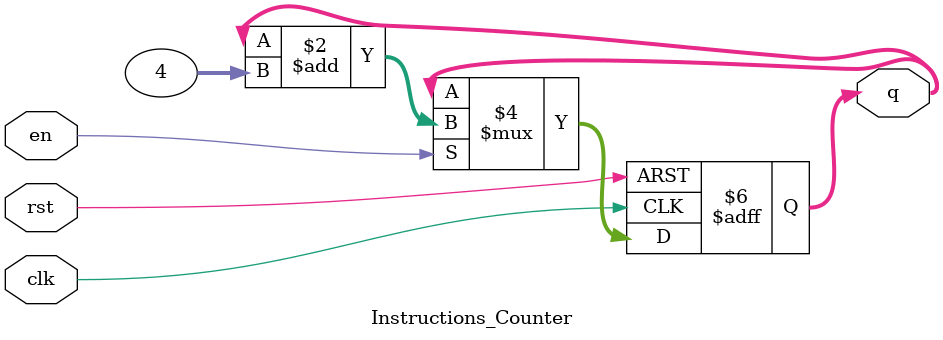
<source format=sv>
module Instructions_Counter #(parameter N=32) (input clk, rst, en, output logic [31:0] q);

	always_ff @ (posedge clk or posedge rst)
		if (rst)
			q='0;
		else
			if (en)
				q=q+4;
				
endmodule
</source>
